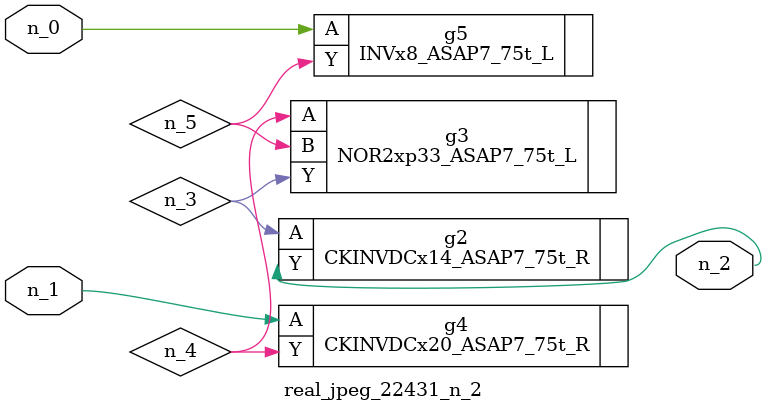
<source format=v>
module real_jpeg_22431_n_2 (n_1, n_0, n_2);

input n_1;
input n_0;

output n_2;

wire n_5;
wire n_4;
wire n_3;

INVx8_ASAP7_75t_L g5 ( 
.A(n_0),
.Y(n_5)
);

CKINVDCx20_ASAP7_75t_R g4 ( 
.A(n_1),
.Y(n_4)
);

CKINVDCx14_ASAP7_75t_R g2 ( 
.A(n_3),
.Y(n_2)
);

NOR2xp33_ASAP7_75t_L g3 ( 
.A(n_4),
.B(n_5),
.Y(n_3)
);


endmodule
</source>
